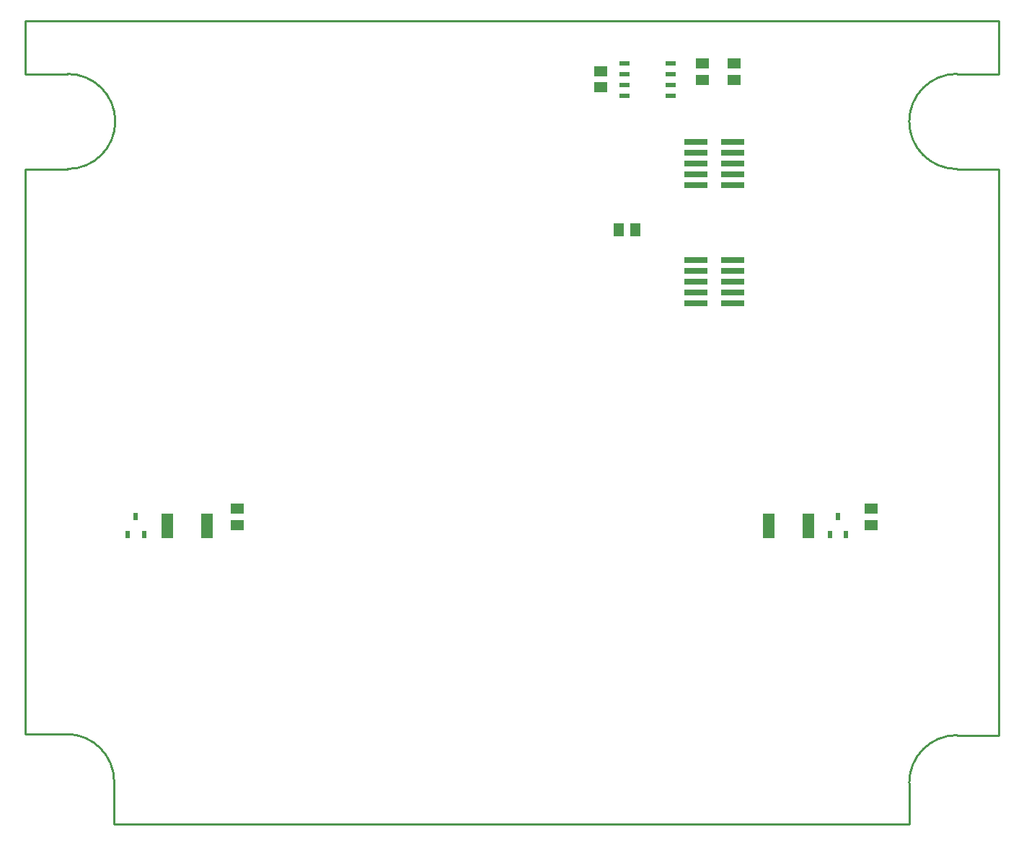
<source format=gtp>
%FSLAX24Y24*%
%MOIN*%
G70*
G01*
G75*
G04 Layer_Color=8421504*
%ADD10R,0.0236X0.0335*%
%ADD11R,0.1100X0.0290*%
%ADD12R,0.0591X0.0512*%
%ADD13R,0.0630X0.0512*%
%ADD14R,0.0512X0.0591*%
%ADD15O,0.0630X0.0236*%
%ADD16R,0.0550X0.1181*%
%ADD17C,0.0100*%
%ADD18C,0.0500*%
%ADD19C,0.0787*%
%ADD20O,0.0866X0.1102*%
%ADD21C,0.0669*%
G04:AMPARAMS|DCode=22|XSize=66.9mil|YSize=66.9mil|CornerRadius=8.4mil|HoleSize=0mil|Usage=FLASHONLY|Rotation=180.000|XOffset=0mil|YOffset=0mil|HoleType=Round|Shape=RoundedRectangle|*
%AMROUNDEDRECTD22*
21,1,0.0669,0.0502,0,0,180.0*
21,1,0.0502,0.0669,0,0,180.0*
1,1,0.0167,-0.0251,0.0251*
1,1,0.0167,0.0251,0.0251*
1,1,0.0167,0.0251,-0.0251*
1,1,0.0167,-0.0251,-0.0251*
%
%ADD22ROUNDEDRECTD22*%
%ADD23C,0.1000*%
%ADD24C,0.2500*%
G04:AMPARAMS|DCode=25|XSize=75mil|YSize=75mil|CornerRadius=9.4mil|HoleSize=0mil|Usage=FLASHONLY|Rotation=0.000|XOffset=0mil|YOffset=0mil|HoleType=Round|Shape=RoundedRectangle|*
%AMROUNDEDRECTD25*
21,1,0.0750,0.0563,0,0,0.0*
21,1,0.0563,0.0750,0,0,0.0*
1,1,0.0188,0.0281,-0.0281*
1,1,0.0188,-0.0281,-0.0281*
1,1,0.0188,-0.0281,0.0281*
1,1,0.0188,0.0281,0.0281*
%
%ADD25ROUNDEDRECTD25*%
%ADD26C,0.0750*%
G04:AMPARAMS|DCode=27|XSize=110mil|YSize=110mil|CornerRadius=13.8mil|HoleSize=0mil|Usage=FLASHONLY|Rotation=90.000|XOffset=0mil|YOffset=0mil|HoleType=Round|Shape=RoundedRectangle|*
%AMROUNDEDRECTD27*
21,1,0.1100,0.0825,0,0,90.0*
21,1,0.0825,0.1100,0,0,90.0*
1,1,0.0275,0.0413,0.0413*
1,1,0.0275,0.0413,-0.0413*
1,1,0.0275,-0.0413,-0.0413*
1,1,0.0275,-0.0413,0.0413*
%
%ADD27ROUNDEDRECTD27*%
%ADD28C,0.1100*%
%ADD29O,0.0850X0.1000*%
G04:AMPARAMS|DCode=30|XSize=110mil|YSize=110mil|CornerRadius=13.8mil|HoleSize=0mil|Usage=FLASHONLY|Rotation=180.000|XOffset=0mil|YOffset=0mil|HoleType=Round|Shape=RoundedRectangle|*
%AMROUNDEDRECTD30*
21,1,0.1100,0.0825,0,0,180.0*
21,1,0.0825,0.1100,0,0,180.0*
1,1,0.0275,-0.0413,0.0413*
1,1,0.0275,0.0413,0.0413*
1,1,0.0275,0.0413,-0.0413*
1,1,0.0275,-0.0413,-0.0413*
%
%ADD30ROUNDEDRECTD30*%
%ADD31C,0.1300*%
%ADD32C,0.0551*%
%ADD33C,0.0591*%
%ADD34R,0.0591X0.0591*%
%ADD35C,0.0500*%
%ADD36C,0.0098*%
%ADD37C,0.0050*%
%ADD38C,0.0079*%
%ADD39C,0.0060*%
%ADD40C,0.0010*%
%ADD41C,0.0080*%
%ADD42R,0.0457X0.0189*%
%ADD43R,0.0457X0.0189*%
D10*
X37126Y13477D02*
D03*
X37874D02*
D03*
X37500Y14323D02*
D03*
X4676Y13477D02*
D03*
X5424D02*
D03*
X5050Y14323D02*
D03*
D11*
X30950Y26200D02*
D03*
X32650D02*
D03*
X30950Y25700D02*
D03*
X32650D02*
D03*
X30950Y25200D02*
D03*
X32650D02*
D03*
X30950Y24700D02*
D03*
X32650D02*
D03*
X30950Y24200D02*
D03*
X32650D02*
D03*
X30950Y31650D02*
D03*
X32650D02*
D03*
X30950Y31150D02*
D03*
X32650D02*
D03*
X30950Y30650D02*
D03*
X32650D02*
D03*
X30950Y30150D02*
D03*
X32650D02*
D03*
X30950Y29650D02*
D03*
X32650D02*
D03*
D12*
X26550Y34924D02*
D03*
Y34176D02*
D03*
D13*
X32700Y35274D02*
D03*
Y34526D02*
D03*
X31250Y34526D02*
D03*
Y35274D02*
D03*
X39050Y13926D02*
D03*
Y14674D02*
D03*
X9750Y13926D02*
D03*
Y14674D02*
D03*
D14*
X27376Y27600D02*
D03*
X28124D02*
D03*
D16*
X6500Y13900D02*
D03*
X8331D02*
D03*
X34300D02*
D03*
X36131D02*
D03*
D17*
X4050Y2050D02*
G03*
X1850Y4250I-2200J0D01*
G01*
X43000Y4200D02*
G03*
X40800Y2000I0J-2200D01*
G01*
Y32600D02*
G03*
X43000Y30400I2200J0D01*
G01*
Y34800D02*
G03*
X40800Y32600I0J-2200D01*
G01*
X1900Y30400D02*
G03*
X4100Y32600I0J2200D01*
G01*
D02*
G03*
X1900Y34800I-2200J0D01*
G01*
X-50D02*
Y37250D01*
Y34800D02*
X1900D01*
X-50Y37250D02*
X44950D01*
Y34800D02*
Y37250D01*
X43000Y34800D02*
X44950D01*
X-50Y4250D02*
Y30400D01*
X4050Y100D02*
Y2050D01*
X-50Y4250D02*
X1850D01*
X4050Y100D02*
X40800D01*
Y2000D01*
X43000Y4200D02*
X44950D01*
Y30400D01*
X43000D02*
X44950D01*
X-50D02*
X1900D01*
D42*
X29763Y33800D02*
D03*
Y34300D02*
D03*
X27637Y34800D02*
D03*
Y35300D02*
D03*
D43*
X29763Y34800D02*
D03*
Y35300D02*
D03*
X27637Y33800D02*
D03*
Y34300D02*
D03*
M02*

</source>
